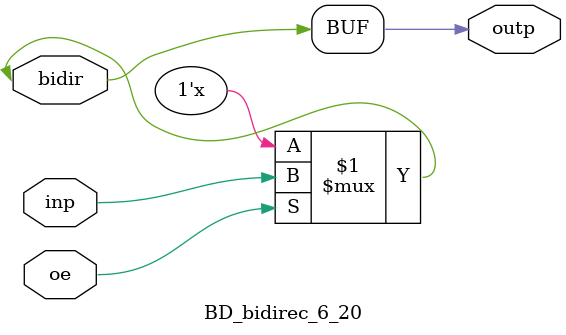
<source format=v>


module BD_bidirec_0_0 (input wire oe, input wire inp, output wire outp, inout wire bidir);

assign bidir = oe ? inp : 1'bZ ;
assign outp  = bidir;

endmodule

module BD_bidirec_1_0 (input wire oe, input wire inp, output wire outp, inout wire bidir);

assign bidir = oe ? inp : 1'bZ ;
assign outp  = bidir;

endmodule

module BD_bidirec_2_0 (input wire oe, input wire inp, output wire outp, inout wire bidir);

assign bidir = oe ? inp : 1'bZ ;
assign outp  = bidir;

endmodule

module BD_bidirec_3_0 (input wire oe, input wire inp, output wire outp, inout wire bidir);

assign bidir = oe ? inp : 1'bZ ;
assign outp  = bidir;

endmodule

module BD_bidirec_4_0 (input wire oe, input wire inp, output wire outp, inout wire bidir);

assign bidir = oe ? inp : 1'bZ ;
assign outp  = bidir;

endmodule

module BD_bidirec_5_0 (input wire oe, input wire inp, output wire outp, inout wire bidir);

assign bidir = oe ? inp : 1'bZ ;
assign outp  = bidir;

endmodule

module BD_bidirec_6_0 (input wire oe, input wire inp, output wire outp, inout wire bidir);

assign bidir = oe ? inp : 1'bZ ;
assign outp  = bidir;

endmodule

module BD_bidirec_7_0 (input wire oe, input wire inp, output wire outp, inout wire bidir);

assign bidir = oe ? inp : 1'bZ ;
assign outp  = bidir;

endmodule

module BD_bidirec_8_0 (input wire oe, input wire inp, output wire outp, inout wire bidir);

assign bidir = oe ? inp : 1'bZ ;
assign outp  = bidir;

endmodule

module BD_bidirec_9_0 (input wire oe, input wire inp, output wire outp, inout wire bidir);

assign bidir = oe ? inp : 1'bZ ;
assign outp  = bidir;

endmodule

module BD_bidirec_10_0 (input wire oe, input wire inp, output wire outp, inout wire bidir);

assign bidir = oe ? inp : 1'bZ ;
assign outp  = bidir;

endmodule

module BD_bidirec_11_0 (input wire oe, input wire inp, output wire outp, inout wire bidir);

assign bidir = oe ? inp : 1'bZ ;
assign outp  = bidir;

endmodule


module BD_bidirec_12_0 (input wire oe, input wire inp, output wire outp, inout wire bidir);

assign bidir = oe ? inp : 1'bZ ;
assign outp  = bidir;

endmodule


module BD_bidirec_13_0 (input wire oe, input wire inp, output wire outp, inout wire bidir);

assign bidir = oe ? inp : 1'bZ ;
assign outp  = bidir;

endmodule


module BD_bidirec_14_0 (input wire oe, input wire inp, output wire outp, inout wire bidir);

assign bidir = oe ? inp : 1'bZ ;
assign outp  = bidir;

endmodule

module BD_bidirec_15_0 (input wire oe, input wire inp, output wire outp, inout wire bidir);

assign bidir = oe ? inp : 1'bZ ;
assign outp  = bidir;

endmodule


module BD_bidirec_16_0 (input wire oe, input wire inp, output wire outp, inout wire bidir);

assign bidir = oe ? inp : 1'bZ ;
assign outp  = bidir;

endmodule


module BD_bidirec_17_0 (input wire oe, input wire inp, output wire outp, inout wire bidir);

assign bidir = oe ? inp : 1'bZ ;
assign outp  = bidir;

endmodule


module BD_bidirec_18_0 (input wire oe, input wire inp, output wire outp, inout wire bidir);

assign bidir = oe ? inp : 1'bZ ;
assign outp  = bidir;

endmodule


module BD_bidirec_19_0 (input wire oe, input wire inp, output wire outp, inout wire bidir);

assign bidir = oe ? inp : 1'bZ ;
assign outp  = bidir;

endmodule


module BD_bidirec_20_0 (input wire oe, input wire inp, output wire outp, inout wire bidir);

assign bidir = oe ? inp : 1'bZ ;
assign outp  = bidir;

endmodule


module BD_bidirec_21_0 (input wire oe, input wire inp, output wire outp, inout wire bidir);

assign bidir = oe ? inp : 1'bZ ;
assign outp  = bidir;

endmodule


module BD_bidirec_22_0 (input wire oe, input wire inp, output wire outp, inout wire bidir);

assign bidir = oe ? inp : 1'bZ ;
assign outp  = bidir;

endmodule


module BD_bidirec_23_0 (input wire oe, input wire inp, output wire outp, inout wire bidir);

assign bidir = oe ? inp : 1'bZ ;
assign outp  = bidir;

endmodule


module BD_bidirec_24_0 (input wire oe, input wire inp, output wire outp, inout wire bidir);

assign bidir = oe ? inp : 1'bZ ;
assign outp  = bidir;

endmodule


module BD_bidirec_25_0 (input wire oe, input wire inp, output wire outp, inout wire bidir);

assign bidir = oe ? inp : 1'bZ ;
assign outp  = bidir;

endmodule


module BD_bidirec_26_0 (input wire oe, input wire inp, output wire outp, inout wire bidir);

assign bidir = oe ? inp : 1'bZ ;
assign outp  = bidir;

endmodule


module BD_bidirec_27_0 (input wire oe, input wire inp, output wire outp, inout wire bidir);

assign bidir = oe ? inp : 1'bZ ;
assign outp  = bidir;

endmodule


module BD_bidirec_28_0 (input wire oe, input wire inp, output wire outp, inout wire bidir);

assign bidir = oe ? inp : 1'bZ ;
assign outp  = bidir;

endmodule


module BD_bidirec_29_0 (input wire oe, input wire inp, output wire outp, inout wire bidir);

assign bidir = oe ? inp : 1'bZ ;
assign outp  = bidir;

endmodule


module BD_bidirec_30_0 (input wire oe, input wire inp, output wire outp, inout wire bidir);

assign bidir = oe ? inp : 1'bZ ;
assign outp  = bidir;

endmodule


module BD_bidirec_31_0 (input wire oe, input wire inp, output wire outp, inout wire bidir);

assign bidir = oe ? inp : 1'bZ ;
assign outp  = bidir;

endmodule

module BD_bidirec_0_1 (input wire oe, input wire inp, output wire outp, inout wire bidir);

assign bidir = oe ? inp : 1'bZ ;
assign outp  = bidir;

endmodule

module BD_bidirec_1_1 (input wire oe, input wire inp, output wire outp, inout wire bidir);

assign bidir = oe ? inp : 1'bZ ;
assign outp  = bidir;

endmodule

module BD_bidirec_2_1 (input wire oe, input wire inp, output wire outp, inout wire bidir);

assign bidir = oe ? inp : 1'bZ ;
assign outp  = bidir;

endmodule

module BD_bidirec_3_1 (input wire oe, input wire inp, output wire outp, inout wire bidir);

assign bidir = oe ? inp : 1'bZ ;
assign outp  = bidir;

endmodule

module BD_bidirec_4_1 (input wire oe, input wire inp, output wire outp, inout wire bidir);

assign bidir = oe ? inp : 1'bZ ;
assign outp  = bidir;

endmodule

module BD_bidirec_5_1 (input wire oe, input wire inp, output wire outp, inout wire bidir);

assign bidir = oe ? inp : 1'bZ ;
assign outp  = bidir;

endmodule


module BD_bidirec_6_1 (input wire oe, input wire inp, output wire outp, inout wire bidir);

assign bidir = oe ? inp : 1'bZ ;
assign outp  = bidir;

endmodule


module BD_bidirec_7_1 (input wire oe, input wire inp, output wire outp, inout wire bidir);

assign bidir = oe ? inp : 1'bZ ;
assign outp  = bidir;

endmodule


module BD_bidirec_8_1 (input wire oe, input wire inp, output wire outp, inout wire bidir);

assign bidir = oe ? inp : 1'bZ ;
assign outp  = bidir;

endmodule

module BD_bidirec_9_1 (input wire oe, input wire inp, output wire outp, inout wire bidir);

assign bidir = oe ? inp : 1'bZ ;
assign outp  = bidir;

endmodule

module BD_bidirec_10_1 (input wire oe, input wire inp, output wire outp, inout wire bidir);

assign bidir = oe ? inp : 1'bZ ;
assign outp  = bidir;

endmodule

module BD_bidirec_11_1 (input wire oe, input wire inp, output wire outp, inout wire bidir);

assign bidir = oe ? inp : 1'bZ ;
assign outp  = bidir;

endmodule

module BD_bidirec_12_1 (input wire oe, input wire inp, output wire outp, inout wire bidir);

assign bidir = oe ? inp : 1'bZ ;
assign outp  = bidir;

endmodule


module BD_bidirec_13_1 (input wire oe, input wire inp, output wire outp, inout wire bidir);

assign bidir = oe ? inp : 1'bZ ;
assign outp  = bidir;

endmodule


module BD_bidirec_14_1 (input wire oe, input wire inp, output wire outp, inout wire bidir);

assign bidir = oe ? inp : 1'bZ ;
assign outp  = bidir;

endmodule


module BD_bidirec_15_1 (input wire oe, input wire inp, output wire outp, inout wire bidir);

assign bidir = oe ? inp : 1'bZ ;
assign outp  = bidir;

endmodule


module BD_bidirec_0_2 (input wire oe, input wire inp, output wire outp, inout wire bidir);

assign bidir = oe ? inp : 1'bZ ;
assign outp  = bidir;

endmodule


module BD_bidirec_1_2 (input wire oe, input wire inp, output wire outp, inout wire bidir);

assign bidir = oe ? inp : 1'bZ ;
assign outp  = bidir;

endmodule

module BD_bidirec_2_2 (input wire oe, input wire inp, output wire outp, inout wire bidir);

assign bidir = oe ? inp : 1'bZ ;
assign outp  = bidir;

endmodule

module BD_bidirec_3_2 (input wire oe, input wire inp, output wire outp, inout wire bidir);

assign bidir = oe ? inp : 1'bZ ;
assign outp  = bidir;

endmodule

module BD_bidirec_4_2 (input wire oe, input wire inp, output wire outp, inout wire bidir);

assign bidir = oe ? inp : 1'bZ ;
assign outp  = bidir;

endmodule

module BD_bidirec_5_2 (input wire oe, input wire inp, output wire outp, inout wire bidir);

assign bidir = oe ? inp : 1'bZ ;
assign outp  = bidir;

endmodule


module BD_bidirec_6_2 (input wire oe, input wire inp, output wire outp, inout wire bidir);

assign bidir = oe ? inp : 1'bZ ;
assign outp  = bidir;

endmodule

module BD_bidirec_7_2 (input wire oe, input wire inp, output wire outp, inout wire bidir);

assign bidir = oe ? inp : 1'bZ ;
assign outp  = bidir;

endmodule


module BD_bidirec_8_2 (input wire oe, input wire inp, output wire outp, inout wire bidir);

assign bidir = oe ? inp : 1'bZ ;
assign outp  = bidir;

endmodule

module BD_bidirec_9_2 (input wire oe, input wire inp, output wire outp, inout wire bidir);

assign bidir = oe ? inp : 1'bZ ;
assign outp  = bidir;

endmodule

module BD_bidirec_10_2 (input wire oe, input wire inp, output wire outp, inout wire bidir);

assign bidir = oe ? inp : 1'bZ ;
assign outp  = bidir;

endmodule

module BD_bidirec_11_2 (input wire oe, input wire inp, output wire outp, inout wire bidir);

assign bidir = oe ? inp : 1'bZ ;
assign outp  = bidir;

endmodule

module BD_bidirec_12_2 (input wire oe, input wire inp, output wire outp, inout wire bidir);

assign bidir = oe ? inp : 1'bZ ;
assign outp  = bidir;

endmodule


module BD_bidirec_13_2 (input wire oe, input wire inp, output wire outp, inout wire bidir);

assign bidir = oe ? inp : 1'bZ ;
assign outp  = bidir;

endmodule

module BD_bidirec_14_2 (input wire oe, input wire inp, output wire outp, inout wire bidir);

assign bidir = oe ? inp : 1'bZ ;
assign outp  = bidir;

endmodule

module BD_bidirec_15_2 (input wire oe, input wire inp, output wire outp, inout wire bidir);

assign bidir = oe ? inp : 1'bZ ;
assign outp  = bidir;

endmodule


module BD_bidirec_0_3 (input wire oe, input wire inp, output wire outp, inout wire bidir);

assign bidir = oe ? inp : 1'bZ ;
assign outp  = bidir;

endmodule


module BD_bidirec_1_3 (input wire oe, input wire inp, output wire outp, inout wire bidir);

assign bidir = oe ? inp : 1'bZ ;
assign outp  = bidir;

endmodule

module BD_bidirec_2_3 (input wire oe, input wire inp, output wire outp, inout wire bidir);

assign bidir = oe ? inp : 1'bZ ;
assign outp  = bidir;

endmodule

module BD_bidirec_3_3 (input wire oe, input wire inp, output wire outp, inout wire bidir);

assign bidir = oe ? inp : 1'bZ ;
assign outp  = bidir;

endmodule

module BD_bidirec_4_3 (input wire oe, input wire inp, output wire outp, inout wire bidir);

assign bidir = oe ? inp : 1'bZ ;
assign outp  = bidir;

endmodule

module BD_bidirec_5_3 (input wire oe, input wire inp, output wire outp, inout wire bidir);

assign bidir = oe ? inp : 1'bZ ;
assign outp  = bidir;

endmodule


module BD_bidirec_6_3 (input wire oe, input wire inp, output wire outp, inout wire bidir);

assign bidir = oe ? inp : 1'bZ ;
assign outp  = bidir;

endmodule

module BD_bidirec_7_3 (input wire oe, input wire inp, output wire outp, inout wire bidir);

assign bidir = oe ? inp : 1'bZ ;
assign outp  = bidir;

endmodule


module BD_bidirec_8_3 (input wire oe, input wire inp, output wire outp, inout wire bidir);

assign bidir = oe ? inp : 1'bZ ;
assign outp  = bidir;

endmodule

module BD_bidirec_9_3 (input wire oe, input wire inp, output wire outp, inout wire bidir);

assign bidir = oe ? inp : 1'bZ ;
assign outp  = bidir;

endmodule

module BD_bidirec_10_3 (input wire oe, input wire inp, output wire outp, inout wire bidir);

assign bidir = oe ? inp : 1'bZ ;
assign outp  = bidir;

endmodule

module BD_bidirec_11_3 (input wire oe, input wire inp, output wire outp, inout wire bidir);

assign bidir = oe ? inp : 1'bZ ;
assign outp  = bidir;

endmodule

module BD_bidirec_12_3 (input wire oe, input wire inp, output wire outp, inout wire bidir);

assign bidir = oe ? inp : 1'bZ ;
assign outp  = bidir;

endmodule


module BD_bidirec_13_3 (input wire oe, input wire inp, output wire outp, inout wire bidir);

assign bidir = oe ? inp : 1'bZ ;
assign outp  = bidir;

endmodule


module BD_bidirec_14_3 (input wire oe, input wire inp, output wire outp, inout wire bidir);

assign bidir = oe ? inp : 1'bZ ;
assign outp  = bidir;

endmodule

module BD_bidirec_15_3 (input wire oe, input wire inp, output wire outp, inout wire bidir);

assign bidir = oe ? inp : 1'bZ ;
assign outp  = bidir;

endmodule

module BD_bidirec_0_4 (input wire oe, input wire inp, output wire outp, inout wire bidir);

assign bidir = oe ? inp : 1'bZ ;
assign outp  = bidir;

endmodule


module BD_bidirec_1_4 (input wire oe, input wire inp, output wire outp, inout wire bidir);

assign bidir = oe ? inp : 1'bZ ;
assign outp  = bidir;

endmodule

module BD_bidirec_2_4 (input wire oe, input wire inp, output wire outp, inout wire bidir);

assign bidir = oe ? inp : 1'bZ ;
assign outp  = bidir;

endmodule

module BD_bidirec_3_4 (input wire oe, input wire inp, output wire outp, inout wire bidir);

assign bidir = oe ? inp : 1'bZ ;
assign outp  = bidir;

endmodule

module BD_bidirec_4_4 (input wire oe, input wire inp, output wire outp, inout wire bidir);

assign bidir = oe ? inp : 1'bZ ;
assign outp  = bidir;

endmodule

module BD_bidirec_5_4 (input wire oe, input wire inp, output wire outp, inout wire bidir);

assign bidir = oe ? inp : 1'bZ ;
assign outp  = bidir;

endmodule


module BD_bidirec_6_4 (input wire oe, input wire inp, output wire outp, inout wire bidir);

assign bidir = oe ? inp : 1'bZ ;
assign outp  = bidir;

endmodule

module BD_bidirec_7_4 (input wire oe, input wire inp, output wire outp, inout wire bidir);

assign bidir = oe ? inp : 1'bZ ;
assign outp  = bidir;

endmodule


module BD_bidirec_8_4 (input wire oe, input wire inp, output wire outp, inout wire bidir);

assign bidir = oe ? inp : 1'bZ ;
assign outp  = bidir;

endmodule

module BD_bidirec_9_4 (input wire oe, input wire inp, output wire outp, inout wire bidir);

assign bidir = oe ? inp : 1'bZ ;
assign outp  = bidir;

endmodule

module BD_bidirec_10_4 (input wire oe, input wire inp, output wire outp, inout wire bidir);

assign bidir = oe ? inp : 1'bZ ;
assign outp  = bidir;

endmodule

module BD_bidirec_11_4 (input wire oe, input wire inp, output wire outp, inout wire bidir);

assign bidir = oe ? inp : 1'bZ ;
assign outp  = bidir;

endmodule

module BD_bidirec_12_4 (input wire oe, input wire inp, output wire outp, inout wire bidir);

assign bidir = oe ? inp : 1'bZ ;
assign outp  = bidir;

endmodule


module BD_bidirec_13_4 (input wire oe, input wire inp, output wire outp, inout wire bidir);

assign bidir = oe ? inp : 1'bZ ;
assign outp  = bidir;

endmodule


module BD_bidirec_14_4 (input wire oe, input wire inp, output wire outp, inout wire bidir);

assign bidir = oe ? inp : 1'bZ ;
assign outp  = bidir;

endmodule


module BD_bidirec_15_4 (input wire oe, input wire inp, output wire outp, inout wire bidir);

assign bidir = oe ? inp : 1'bZ ;
assign outp  = bidir;

endmodule


module BD_bidirec_0_5 (input wire oe, input wire inp, output wire outp, inout wire bidir);

assign bidir = oe ? inp : 1'bZ ;
assign outp  = bidir;

endmodule


module BD_bidirec_1_5 (input wire oe, input wire inp, output wire outp, inout wire bidir);

assign bidir = oe ? inp : 1'bZ ;
assign outp  = bidir;

endmodule

module BD_bidirec_2_5 (input wire oe, input wire inp, output wire outp, inout wire bidir);

assign bidir = oe ? inp : 1'bZ ;
assign outp  = bidir;

endmodule

module BD_bidirec_3_5 (input wire oe, input wire inp, output wire outp, inout wire bidir);

assign bidir = oe ? inp : 1'bZ ;
assign outp  = bidir;

endmodule

module BD_bidirec_4_5 (input wire oe, input wire inp, output wire outp, inout wire bidir);

assign bidir = oe ? inp : 1'bZ ;
assign outp  = bidir;

endmodule

module BD_bidirec_5_5 (input wire oe, input wire inp, output wire outp, inout wire bidir);

assign bidir = oe ? inp : 1'bZ ;
assign outp  = bidir;

endmodule


module BD_bidirec_6_5 (input wire oe, input wire inp, output wire outp, inout wire bidir);

assign bidir = oe ? inp : 1'bZ ;
assign outp  = bidir;

endmodule

module BD_bidirec_7_5 (input wire oe, input wire inp, output wire outp, inout wire bidir);

assign bidir = oe ? inp : 1'bZ ;
assign outp  = bidir;

endmodule


module BD_bidirec_8_5 (input wire oe, input wire inp, output wire outp, inout wire bidir);

assign bidir = oe ? inp : 1'bZ ;
assign outp  = bidir;

endmodule

module BD_bidirec_9_5 (input wire oe, input wire inp, output wire outp, inout wire bidir);

assign bidir = oe ? inp : 1'bZ ;
assign outp  = bidir;

endmodule

module BD_bidirec_10_5 (input wire oe, input wire inp, output wire outp, inout wire bidir);

assign bidir = oe ? inp : 1'bZ ;
assign outp  = bidir;

endmodule

module BD_bidirec_11_5 (input wire oe, input wire inp, output wire outp, inout wire bidir);

assign bidir = oe ? inp : 1'bZ ;
assign outp  = bidir;

endmodule

module BD_bidirec_12_5 (input wire oe, input wire inp, output wire outp, inout wire bidir);

assign bidir = oe ? inp : 1'bZ ;
assign outp  = bidir;

endmodule


module BD_bidirec_13_5 (input wire oe, input wire inp, output wire outp, inout wire bidir);

assign bidir = oe ? inp : 1'bZ ;
assign outp  = bidir;

endmodule

module BD_bidirec_14_5 (input wire oe, input wire inp, output wire outp, inout wire bidir);

assign bidir = oe ? inp : 1'bZ ;
assign outp  = bidir;

endmodule

module BD_bidirec_15_5 (input wire oe, input wire inp, output wire outp, inout wire bidir);

assign bidir = oe ? inp : 1'bZ ;
assign outp  = bidir;

endmodule


module BD_bidirec_0_6 (input wire oe, input wire inp, output wire outp, inout wire bidir);

assign bidir = oe ? inp : 1'bZ ;
assign outp  = bidir;

endmodule


module BD_bidirec_1_6 (input wire oe, input wire inp, output wire outp, inout wire bidir);

assign bidir = oe ? inp : 1'bZ ;
assign outp  = bidir;

endmodule

module BD_bidirec_2_6 (input wire oe, input wire inp, output wire outp, inout wire bidir);

assign bidir = oe ? inp : 1'bZ ;
assign outp  = bidir;

endmodule

module BD_bidirec_3_6 (input wire oe, input wire inp, output wire outp, inout wire bidir);

assign bidir = oe ? inp : 1'bZ ;
assign outp  = bidir;

endmodule

module BD_bidirec_4_6 (input wire oe, input wire inp, output wire outp, inout wire bidir);

assign bidir = oe ? inp : 1'bZ ;
assign outp  = bidir;

endmodule

module BD_bidirec_5_6 (input wire oe, input wire inp, output wire outp, inout wire bidir);

assign bidir = oe ? inp : 1'bZ ;
assign outp  = bidir;

endmodule


module BD_bidirec_6_6 (input wire oe, input wire inp, output wire outp, inout wire bidir);

assign bidir = oe ? inp : 1'bZ ;
assign outp  = bidir;

endmodule

module BD_bidirec_7_6 (input wire oe, input wire inp, output wire outp, inout wire bidir);

assign bidir = oe ? inp : 1'bZ ;
assign outp  = bidir;

endmodule


module BD_bidirec_8_6 (input wire oe, input wire inp, output wire outp, inout wire bidir);

assign bidir = oe ? inp : 1'bZ ;
assign outp  = bidir;

endmodule

module BD_bidirec_9_6 (input wire oe, input wire inp, output wire outp, inout wire bidir);

assign bidir = oe ? inp : 1'bZ ;
assign outp  = bidir;

endmodule

module BD_bidirec_10_6 (input wire oe, input wire inp, output wire outp, inout wire bidir);

assign bidir = oe ? inp : 1'bZ ;
assign outp  = bidir;

endmodule

module BD_bidirec_11_6 (input wire oe, input wire inp, output wire outp, inout wire bidir);

assign bidir = oe ? inp : 1'bZ ;
assign outp  = bidir;

endmodule

module BD_bidirec_12_6 (input wire oe, input wire inp, output wire outp, inout wire bidir);

assign bidir = oe ? inp : 1'bZ ;
assign outp  = bidir;

endmodule


module BD_bidirec_13_6 (input wire oe, input wire inp, output wire outp, inout wire bidir);

assign bidir = oe ? inp : 1'bZ ;
assign outp  = bidir;

endmodule

module BD_bidirec_14_6 (input wire oe, input wire inp, output wire outp, inout wire bidir);

assign bidir = oe ? inp : 1'bZ ;
assign outp  = bidir;

endmodule

module BD_bidirec_15_6 (input wire oe, input wire inp, output wire outp, inout wire bidir);

assign bidir = oe ? inp : 1'bZ ;
assign outp  = bidir;

endmodule



module BD_bidirec_0_7 (input wire oe, input wire inp, output wire outp, inout wire bidir);

assign bidir = oe ? inp : 1'bZ ;
assign outp  = bidir;

endmodule


module BD_bidirec_1_7 (input wire oe, input wire inp, output wire outp, inout wire bidir);

assign bidir = oe ? inp : 1'bZ ;
assign outp  = bidir;

endmodule

module BD_bidirec_2_7 (input wire oe, input wire inp, output wire outp, inout wire bidir);

assign bidir = oe ? inp : 1'bZ ;
assign outp  = bidir;

endmodule

module BD_bidirec_3_7 (input wire oe, input wire inp, output wire outp, inout wire bidir);

assign bidir = oe ? inp : 1'bZ ;
assign outp  = bidir;

endmodule

module BD_bidirec_4_7 (input wire oe, input wire inp, output wire outp, inout wire bidir);

assign bidir = oe ? inp : 1'bZ ;
assign outp  = bidir;

endmodule

module BD_bidirec_5_7 (input wire oe, input wire inp, output wire outp, inout wire bidir);

assign bidir = oe ? inp : 1'bZ ;
assign outp  = bidir;

endmodule


module BD_bidirec_6_7 (input wire oe, input wire inp, output wire outp, inout wire bidir);

assign bidir = oe ? inp : 1'bZ ;
assign outp  = bidir;

endmodule

module BD_bidirec_7_7 (input wire oe, input wire inp, output wire outp, inout wire bidir);

assign bidir = oe ? inp : 1'bZ ;
assign outp  = bidir;

endmodule


module BD_bidirec_8_7 (input wire oe, input wire inp, output wire outp, inout wire bidir);

assign bidir = oe ? inp : 1'bZ ;
assign outp  = bidir;

endmodule

module BD_bidirec_9_7 (input wire oe, input wire inp, output wire outp, inout wire bidir);

assign bidir = oe ? inp : 1'bZ ;
assign outp  = bidir;

endmodule

module BD_bidirec_10_7 (input wire oe, input wire inp, output wire outp, inout wire bidir);

assign bidir = oe ? inp : 1'bZ ;
assign outp  = bidir;

endmodule

module BD_bidirec_11_7 (input wire oe, input wire inp, output wire outp, inout wire bidir);

assign bidir = oe ? inp : 1'bZ ;
assign outp  = bidir;

endmodule

module BD_bidirec_12_7 (input wire oe, input wire inp, output wire outp, inout wire bidir);

assign bidir = oe ? inp : 1'bZ ;
assign outp  = bidir;

endmodule


module BD_bidirec_13_7 (input wire oe, input wire inp, output wire outp, inout wire bidir);

assign bidir = oe ? inp : 1'bZ ;
assign outp  = bidir;

endmodule

module BD_bidirec_14_7 (input wire oe, input wire inp, output wire outp, inout wire bidir);

assign bidir = oe ? inp : 1'bZ ;
assign outp  = bidir;

endmodule

module BD_bidirec_15_7 (input wire oe, input wire inp, output wire outp, inout wire bidir);

assign bidir = oe ? inp : 1'bZ ;
assign outp  = bidir;

endmodule


module BD_bidirec_0_8 (input wire oe, input wire inp, output wire outp, inout wire bidir);

assign bidir = oe ? inp : 1'bZ ;
assign outp  = bidir;

endmodule


module BD_bidirec_1_8 (input wire oe, input wire inp, output wire outp, inout wire bidir);

assign bidir = oe ? inp : 1'bZ ;
assign outp  = bidir;

endmodule

module BD_bidirec_2_8 (input wire oe, input wire inp, output wire outp, inout wire bidir);

assign bidir = oe ? inp : 1'bZ ;
assign outp  = bidir;

endmodule

module BD_bidirec_3_8 (input wire oe, input wire inp, output wire outp, inout wire bidir);

assign bidir = oe ? inp : 1'bZ ;
assign outp  = bidir;

endmodule

module BD_bidirec_4_8 (input wire oe, input wire inp, output wire outp, inout wire bidir);

assign bidir = oe ? inp : 1'bZ ;
assign outp  = bidir;

endmodule

module BD_bidirec_5_8 (input wire oe, input wire inp, output wire outp, inout wire bidir);

assign bidir = oe ? inp : 1'bZ ;
assign outp  = bidir;

endmodule


module BD_bidirec_6_8 (input wire oe, input wire inp, output wire outp, inout wire bidir);

assign bidir = oe ? inp : 1'bZ ;
assign outp  = bidir;

endmodule

module BD_bidirec_7_8 (input wire oe, input wire inp, output wire outp, inout wire bidir);

assign bidir = oe ? inp : 1'bZ ;
assign outp  = bidir;

endmodule


module BD_bidirec_8_8 (input wire oe, input wire inp, output wire outp, inout wire bidir);

assign bidir = oe ? inp : 1'bZ ;
assign outp  = bidir;

endmodule

module BD_bidirec_9_8 (input wire oe, input wire inp, output wire outp, inout wire bidir);

assign bidir = oe ? inp : 1'bZ ;
assign outp  = bidir;

endmodule

module BD_bidirec_10_8 (input wire oe, input wire inp, output wire outp, inout wire bidir);

assign bidir = oe ? inp : 1'bZ ;
assign outp  = bidir;

endmodule

module BD_bidirec_11_8 (input wire oe, input wire inp, output wire outp, inout wire bidir);

assign bidir = oe ? inp : 1'bZ ;
assign outp  = bidir;

endmodule

module BD_bidirec_12_8 (input wire oe, input wire inp, output wire outp, inout wire bidir);

assign bidir = oe ? inp : 1'bZ ;
assign outp  = bidir;

endmodule


module BD_bidirec_13_8 (input wire oe, input wire inp, output wire outp, inout wire bidir);

assign bidir = oe ? inp : 1'bZ ;
assign outp  = bidir;

endmodule

module BD_bidirec_14_8 (input wire oe, input wire inp, output wire outp, inout wire bidir);

assign bidir = oe ? inp : 1'bZ ;
assign outp  = bidir;

endmodule

module BD_bidirec_15_8 (input wire oe, input wire inp, output wire outp, inout wire bidir);

assign bidir = oe ? inp : 1'bZ ;
assign outp  = bidir;

endmodule



module BD_bidirec_0_9 (input wire oe, input wire inp, output wire outp, inout wire bidir);

assign bidir = oe ? inp : 1'bZ ;
assign outp  = bidir;

endmodule


module BD_bidirec_1_9 (input wire oe, input wire inp, output wire outp, inout wire bidir);

assign bidir = oe ? inp : 1'bZ ;
assign outp  = bidir;

endmodule

module BD_bidirec_2_9 (input wire oe, input wire inp, output wire outp, inout wire bidir);

assign bidir = oe ? inp : 1'bZ ;
assign outp  = bidir;

endmodule

module BD_bidirec_3_9 (input wire oe, input wire inp, output wire outp, inout wire bidir);

assign bidir = oe ? inp : 1'bZ ;
assign outp  = bidir;

endmodule

module BD_bidirec_4_9 (input wire oe, input wire inp, output wire outp, inout wire bidir);

assign bidir = oe ? inp : 1'bZ ;
assign outp  = bidir;

endmodule

module BD_bidirec_5_9 (input wire oe, input wire inp, output wire outp, inout wire bidir);

assign bidir = oe ? inp : 1'bZ ;
assign outp  = bidir;

endmodule


module BD_bidirec_6_9 (input wire oe, input wire inp, output wire outp, inout wire bidir);

assign bidir = oe ? inp : 1'bZ ;
assign outp  = bidir;

endmodule

module BD_bidirec_7_9 (input wire oe, input wire inp, output wire outp, inout wire bidir);

assign bidir = oe ? inp : 1'bZ ;
assign outp  = bidir;

endmodule


module BD_bidirec_8_9 (input wire oe, input wire inp, output wire outp, inout wire bidir);

assign bidir = oe ? inp : 1'bZ ;
assign outp  = bidir;

endmodule

module BD_bidirec_9_9 (input wire oe, input wire inp, output wire outp, inout wire bidir);

assign bidir = oe ? inp : 1'bZ ;
assign outp  = bidir;

endmodule

module BD_bidirec_10_9 (input wire oe, input wire inp, output wire outp, inout wire bidir);

assign bidir = oe ? inp : 1'bZ ;
assign outp  = bidir;

endmodule

module BD_bidirec_11_9 (input wire oe, input wire inp, output wire outp, inout wire bidir);

assign bidir = oe ? inp : 1'bZ ;
assign outp  = bidir;

endmodule

module BD_bidirec_12_9 (input wire oe, input wire inp, output wire outp, inout wire bidir);

assign bidir = oe ? inp : 1'bZ ;
assign outp  = bidir;

endmodule


module BD_bidirec_13_9 (input wire oe, input wire inp, output wire outp, inout wire bidir);

assign bidir = oe ? inp : 1'bZ ;
assign outp  = bidir;

endmodule

module BD_bidirec_14_9 (input wire oe, input wire inp, output wire outp, inout wire bidir);

assign bidir = oe ? inp : 1'bZ ;
assign outp  = bidir;

endmodule

module BD_bidirec_15_9 (input wire oe, input wire inp, output wire outp, inout wire bidir);

assign bidir = oe ? inp : 1'bZ ;
assign outp  = bidir;

endmodule




module BD_bidirec_0_10 (input wire oe, input wire inp, output wire outp, inout wire bidir);

assign bidir = oe ? inp : 1'bZ ;
assign outp  = bidir;

endmodule


module BD_bidirec_1_10 (input wire oe, input wire inp, output wire outp, inout wire bidir);

assign bidir = oe ? inp : 1'bZ ;
assign outp  = bidir;

endmodule

module BD_bidirec_2_10 (input wire oe, input wire inp, output wire outp, inout wire bidir);

assign bidir = oe ? inp : 1'bZ ;
assign outp  = bidir;

endmodule

module BD_bidirec_3_10 (input wire oe, input wire inp, output wire outp, inout wire bidir);

assign bidir = oe ? inp : 1'bZ ;
assign outp  = bidir;

endmodule

module BD_bidirec_4_10 (input wire oe, input wire inp, output wire outp, inout wire bidir);

assign bidir = oe ? inp : 1'bZ ;
assign outp  = bidir;

endmodule

module BD_bidirec_5_10 (input wire oe, input wire inp, output wire outp, inout wire bidir);

assign bidir = oe ? inp : 1'bZ ;
assign outp  = bidir;

endmodule


module BD_bidirec_6_10 (input wire oe, input wire inp, output wire outp, inout wire bidir);

assign bidir = oe ? inp : 1'bZ ;
assign outp  = bidir;

endmodule

module BD_bidirec_0_11 (input wire oe, input wire inp, output wire outp, inout wire bidir);

assign bidir = oe ? inp : 1'bZ ;
assign outp  = bidir;

endmodule


module BD_bidirec_1_11 (input wire oe, input wire inp, output wire outp, inout wire bidir);

assign bidir = oe ? inp : 1'bZ ;
assign outp  = bidir;

endmodule

module BD_bidirec_2_11 (input wire oe, input wire inp, output wire outp, inout wire bidir);

assign bidir = oe ? inp : 1'bZ ;
assign outp  = bidir;

endmodule

module BD_bidirec_3_11 (input wire oe, input wire inp, output wire outp, inout wire bidir);

assign bidir = oe ? inp : 1'bZ ;
assign outp  = bidir;

endmodule

module BD_bidirec_4_11 (input wire oe, input wire inp, output wire outp, inout wire bidir);

assign bidir = oe ? inp : 1'bZ ;
assign outp  = bidir;

endmodule

module BD_bidirec_5_11 (input wire oe, input wire inp, output wire outp, inout wire bidir);

assign bidir = oe ? inp : 1'bZ ;
assign outp  = bidir;

endmodule


module BD_bidirec_6_11 (input wire oe, input wire inp, output wire outp, inout wire bidir);

assign bidir = oe ? inp : 1'bZ ;
assign outp  = bidir;

endmodule

module BD_bidirec_0_12 (input wire oe, input wire inp, output wire outp, inout wire bidir);

assign bidir = oe ? inp : 1'bZ ;
assign outp  = bidir;

endmodule

module BD_bidirec_1_12 (input wire oe, input wire inp, output wire outp, inout wire bidir);

assign bidir = oe ? inp : 1'bZ ;
assign outp  = bidir;

endmodule

module BD_bidirec_3_12 (input wire oe, input wire inp, output wire outp, inout wire bidir);

assign bidir = oe ? inp : 1'bZ ;
assign outp  = bidir;

endmodule

module BD_bidirec_4_12 (input wire oe, input wire inp, output wire outp, inout wire bidir);

assign bidir = oe ? inp : 1'bZ ;
assign outp  = bidir;

endmodule

module BD_bidirec_5_12 (input wire oe, input wire inp, output wire outp, inout wire bidir);

assign bidir = oe ? inp : 1'bZ ;
assign outp  = bidir;

endmodule


module BD_bidirec_6_12 (input wire oe, input wire inp, output wire outp, inout wire bidir);

assign bidir = oe ? inp : 1'bZ ;
assign outp  = bidir;

endmodule


module BD_bidirec_0_13 (input wire oe, input wire inp, output wire outp, inout wire bidir);

assign bidir = oe ? inp : 1'bZ ;
assign outp  = bidir;

endmodule

module BD_bidirec_1_13 (input wire oe, input wire inp, output wire outp, inout wire bidir);

assign bidir = oe ? inp : 1'bZ ;
assign outp  = bidir;

endmodule

module BD_bidirec_3_13 (input wire oe, input wire inp, output wire outp, inout wire bidir);

assign bidir = oe ? inp : 1'bZ ;
assign outp  = bidir;

endmodule

module BD_bidirec_4_13 (input wire oe, input wire inp, output wire outp, inout wire bidir);

assign bidir = oe ? inp : 1'bZ ;
assign outp  = bidir;

endmodule

module BD_bidirec_5_13 (input wire oe, input wire inp, output wire outp, inout wire bidir);

assign bidir = oe ? inp : 1'bZ ;
assign outp  = bidir;

endmodule


module BD_bidirec_6_13 (input wire oe, input wire inp, output wire outp, inout wire bidir);

assign bidir = oe ? inp : 1'bZ ;
assign outp  = bidir;

endmodule


module BD_bidirec_0_14 (input wire oe, input wire inp, output wire outp, inout wire bidir);

assign bidir = oe ? inp : 1'bZ ;
assign outp  = bidir;

endmodule

module BD_bidirec_1_14 (input wire oe, input wire inp, output wire outp, inout wire bidir);

assign bidir = oe ? inp : 1'bZ ;
assign outp  = bidir;

endmodule

module BD_bidirec_3_14 (input wire oe, input wire inp, output wire outp, inout wire bidir);

assign bidir = oe ? inp : 1'bZ ;
assign outp  = bidir;

endmodule

module BD_bidirec_4_14 (input wire oe, input wire inp, output wire outp, inout wire bidir);

assign bidir = oe ? inp : 1'bZ ;
assign outp  = bidir;

endmodule

module BD_bidirec_5_14 (input wire oe, input wire inp, output wire outp, inout wire bidir);

assign bidir = oe ? inp : 1'bZ ;
assign outp  = bidir;

endmodule


module BD_bidirec_6_14 (input wire oe, input wire inp, output wire outp, inout wire bidir);

assign bidir = oe ? inp : 1'bZ ;
assign outp  = bidir;

endmodule

module BD_bidirec_0_15 (input wire oe, input wire inp, output wire outp, inout wire bidir);

assign bidir = oe ? inp : 1'bZ ;
assign outp  = bidir;

endmodule

module BD_bidirec_1_15 (input wire oe, input wire inp, output wire outp, inout wire bidir);

assign bidir = oe ? inp : 1'bZ ;
assign outp  = bidir;

endmodule

module BD_bidirec_3_15 (input wire oe, input wire inp, output wire outp, inout wire bidir);

assign bidir = oe ? inp : 1'bZ ;
assign outp  = bidir;

endmodule

module BD_bidirec_4_15 (input wire oe, input wire inp, output wire outp, inout wire bidir);

assign bidir = oe ? inp : 1'bZ ;
assign outp  = bidir;

endmodule

module BD_bidirec_5_15 (input wire oe, input wire inp, output wire outp, inout wire bidir);

assign bidir = oe ? inp : 1'bZ ;
assign outp  = bidir;

endmodule


module BD_bidirec_6_15 (input wire oe, input wire inp, output wire outp, inout wire bidir);

assign bidir = oe ? inp : 1'bZ ;
assign outp  = bidir;

endmodule


module BD_bidirec_0_16 (input wire oe, input wire inp, output wire outp, inout wire bidir);

assign bidir = oe ? inp : 1'bZ ;
assign outp  = bidir;

endmodule

module BD_bidirec_1_16 (input wire oe, input wire inp, output wire outp, inout wire bidir);

assign bidir = oe ? inp : 1'bZ ;
assign outp  = bidir;

endmodule

module BD_bidirec_3_16 (input wire oe, input wire inp, output wire outp, inout wire bidir);

assign bidir = oe ? inp : 1'bZ ;
assign outp  = bidir;

endmodule

module BD_bidirec_4_16 (input wire oe, input wire inp, output wire outp, inout wire bidir);

assign bidir = oe ? inp : 1'bZ ;
assign outp  = bidir;

endmodule

module BD_bidirec_5_16 (input wire oe, input wire inp, output wire outp, inout wire bidir);

assign bidir = oe ? inp : 1'bZ ;
assign outp  = bidir;

endmodule


module BD_bidirec_6_16 (input wire oe, input wire inp, output wire outp, inout wire bidir);

assign bidir = oe ? inp : 1'bZ ;
assign outp  = bidir;

endmodule


module BD_bidirec_0_17 (input wire oe, input wire inp, output wire outp, inout wire bidir);

assign bidir = oe ? inp : 1'bZ ;
assign outp  = bidir;

endmodule

module BD_bidirec_1_17 (input wire oe, input wire inp, output wire outp, inout wire bidir);

assign bidir = oe ? inp : 1'bZ ;
assign outp  = bidir;

endmodule

module BD_bidirec_3_17 (input wire oe, input wire inp, output wire outp, inout wire bidir);

assign bidir = oe ? inp : 1'bZ ;
assign outp  = bidir;

endmodule

module BD_bidirec_4_17 (input wire oe, input wire inp, output wire outp, inout wire bidir);

assign bidir = oe ? inp : 1'bZ ;
assign outp  = bidir;

endmodule

module BD_bidirec_5_17 (input wire oe, input wire inp, output wire outp, inout wire bidir);

assign bidir = oe ? inp : 1'bZ ;
assign outp  = bidir;

endmodule


module BD_bidirec_6_17 (input wire oe, input wire inp, output wire outp, inout wire bidir);

assign bidir = oe ? inp : 1'bZ ;
assign outp  = bidir;

endmodule


module BD_bidirec_0_18 (input wire oe, input wire inp, output wire outp, inout wire bidir);

assign bidir = oe ? inp : 1'bZ ;
assign outp  = bidir;

endmodule

module BD_bidirec_1_18 (input wire oe, input wire inp, output wire outp, inout wire bidir);

assign bidir = oe ? inp : 1'bZ ;
assign outp  = bidir;

endmodule

module BD_bidirec_3_18 (input wire oe, input wire inp, output wire outp, inout wire bidir);

assign bidir = oe ? inp : 1'bZ ;
assign outp  = bidir;

endmodule

module BD_bidirec_4_18 (input wire oe, input wire inp, output wire outp, inout wire bidir);

assign bidir = oe ? inp : 1'bZ ;
assign outp  = bidir;

endmodule

module BD_bidirec_5_18 (input wire oe, input wire inp, output wire outp, inout wire bidir);

assign bidir = oe ? inp : 1'bZ ;
assign outp  = bidir;

endmodule


module BD_bidirec_6_18 (input wire oe, input wire inp, output wire outp, inout wire bidir);

assign bidir = oe ? inp : 1'bZ ;
assign outp  = bidir;

endmodule



module BD_bidirec_0_19 (input wire oe, input wire inp, output wire outp, inout wire bidir);

assign bidir = oe ? inp : 1'bZ ;
assign outp  = bidir;

endmodule

module BD_bidirec_1_19 (input wire oe, input wire inp, output wire outp, inout wire bidir);

assign bidir = oe ? inp : 1'bZ ;
assign outp  = bidir;

endmodule

module BD_bidirec_3_19 (input wire oe, input wire inp, output wire outp, inout wire bidir);

assign bidir = oe ? inp : 1'bZ ;
assign outp  = bidir;

endmodule

module BD_bidirec_4_19 (input wire oe, input wire inp, output wire outp, inout wire bidir);

assign bidir = oe ? inp : 1'bZ ;
assign outp  = bidir;

endmodule

module BD_bidirec_5_19 (input wire oe, input wire inp, output wire outp, inout wire bidir);

assign bidir = oe ? inp : 1'bZ ;
assign outp  = bidir;

endmodule


module BD_bidirec_6_19 (input wire oe, input wire inp, output wire outp, inout wire bidir);

assign bidir = oe ? inp : 1'bZ ;
assign outp  = bidir;

endmodule



module BD_bidirec_0_20 (input wire oe, input wire inp, output wire outp, inout wire bidir);

assign bidir = oe ? inp : 1'bZ ;
assign outp  = bidir;

endmodule

module BD_bidirec_1_20 (input wire oe, input wire inp, output wire outp, inout wire bidir);

assign bidir = oe ? inp : 1'bZ ;
assign outp  = bidir;

endmodule

module BD_bidirec_3_20 (input wire oe, input wire inp, output wire outp, inout wire bidir);

assign bidir = oe ? inp : 1'bZ ;
assign outp  = bidir;

endmodule

module BD_bidirec_4_20 (input wire oe, input wire inp, output wire outp, inout wire bidir);

assign bidir = oe ? inp : 1'bZ ;
assign outp  = bidir;

endmodule

module BD_bidirec_5_20 (input wire oe, input wire inp, output wire outp, inout wire bidir);

assign bidir = oe ? inp : 1'bZ ;
assign outp  = bidir;

endmodule


module BD_bidirec_6_20 (input wire oe, input wire inp, output wire outp, inout wire bidir);

assign bidir = oe ? inp : 1'bZ ;
assign outp  = bidir;

endmodule



</source>
